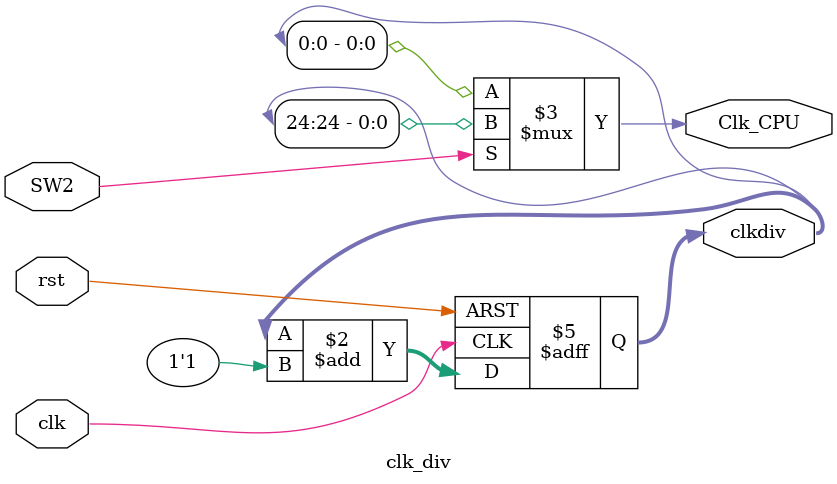
<source format=v>
`timescale 1ns / 1ps

module clk_div(
	input wire clk,
	input wire rst,
	input wire SW2,
	output reg [31:0] clkdiv,
	output wire Clk_CPU
	);
	initial begin
		clkdiv = 32'b0;
	end
	always @ (posedge clk or posedge rst) begin
		if (rst) begin
			clkdiv <= 0;
		end else begin
			clkdiv <= clkdiv + 1'b1;
		end
	end
	assign Clk_CPU = SW2 ? clkdiv[24] : clkdiv[0]; // SWÑ¡ÔñÊ±ÖÓ Better for CPU to choose clkdiv[1] <=> 25MHz
	
endmodule

</source>
